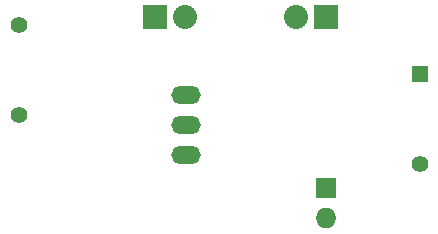
<source format=gbr>
G04 #@! TF.FileFunction,Copper,L1,Top,Signal*
%FSLAX46Y46*%
G04 Gerber Fmt 4.6, Leading zero omitted, Abs format (unit mm)*
G04 Created by KiCad (PCBNEW 4.0.7) date 07/21/18 23:28:47*
%MOMM*%
%LPD*%
G01*
G04 APERTURE LIST*
%ADD10C,0.100000*%
%ADD11O,2.499360X1.501140*%
%ADD12R,1.397000X1.397000*%
%ADD13C,1.397000*%
%ADD14R,1.727200X1.727200*%
%ADD15O,1.727200X1.727200*%
%ADD16R,2.032000X2.032000*%
%ADD17O,2.032000X2.032000*%
G04 APERTURE END LIST*
D10*
D11*
X151130000Y-104140000D03*
X151130000Y-101600000D03*
X151130000Y-106680000D03*
D12*
X170942000Y-99822000D03*
D13*
X170942000Y-107442000D03*
D14*
X163000000Y-109500000D03*
D15*
X163000000Y-112040000D03*
D16*
X163000000Y-95000000D03*
D17*
X160460000Y-95000000D03*
D16*
X148500000Y-95000000D03*
D17*
X151040000Y-95000000D03*
D13*
X137000000Y-95690000D03*
X137000000Y-103310000D03*
M02*

</source>
